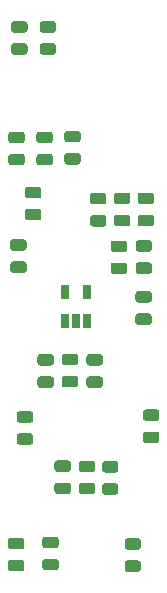
<source format=gbr>
%TF.GenerationSoftware,KiCad,Pcbnew,(5.1.6)-1*%
%TF.CreationDate,2020-09-14T14:29:29+02:00*%
%TF.ProjectId,STM32_blue_pill,53544d33-325f-4626-9c75-655f70696c6c,rev?*%
%TF.SameCoordinates,Original*%
%TF.FileFunction,Paste,Bot*%
%TF.FilePolarity,Positive*%
%FSLAX46Y46*%
G04 Gerber Fmt 4.6, Leading zero omitted, Abs format (unit mm)*
G04 Created by KiCad (PCBNEW (5.1.6)-1) date 2020-09-14 14:29:29*
%MOMM*%
%LPD*%
G01*
G04 APERTURE LIST*
%ADD10R,0.670000X1.170000*%
G04 APERTURE END LIST*
D10*
%TO.C,U2*%
X130620000Y-87210000D03*
X129680000Y-87210000D03*
X128740000Y-87210000D03*
X128740000Y-84770000D03*
X130620000Y-84770000D03*
%TD*%
%TO.C,R9*%
G36*
G01*
X132853750Y-82310000D02*
X133766250Y-82310000D01*
G75*
G02*
X134010000Y-82553750I0J-243750D01*
G01*
X134010000Y-83041250D01*
G75*
G02*
X133766250Y-83285000I-243750J0D01*
G01*
X132853750Y-83285000D01*
G75*
G02*
X132610000Y-83041250I0J243750D01*
G01*
X132610000Y-82553750D01*
G75*
G02*
X132853750Y-82310000I243750J0D01*
G01*
G37*
G36*
G01*
X132853750Y-80435000D02*
X133766250Y-80435000D01*
G75*
G02*
X134010000Y-80678750I0J-243750D01*
G01*
X134010000Y-81166250D01*
G75*
G02*
X133766250Y-81410000I-243750J0D01*
G01*
X132853750Y-81410000D01*
G75*
G02*
X132610000Y-81166250I0J243750D01*
G01*
X132610000Y-80678750D01*
G75*
G02*
X132853750Y-80435000I243750J0D01*
G01*
G37*
%TD*%
%TO.C,R8*%
G36*
G01*
X129846250Y-72130000D02*
X128933750Y-72130000D01*
G75*
G02*
X128690000Y-71886250I0J243750D01*
G01*
X128690000Y-71398750D01*
G75*
G02*
X128933750Y-71155000I243750J0D01*
G01*
X129846250Y-71155000D01*
G75*
G02*
X130090000Y-71398750I0J-243750D01*
G01*
X130090000Y-71886250D01*
G75*
G02*
X129846250Y-72130000I-243750J0D01*
G01*
G37*
G36*
G01*
X129846250Y-74005000D02*
X128933750Y-74005000D01*
G75*
G02*
X128690000Y-73761250I0J243750D01*
G01*
X128690000Y-73273750D01*
G75*
G02*
X128933750Y-73030000I243750J0D01*
G01*
X129846250Y-73030000D01*
G75*
G02*
X130090000Y-73273750I0J-243750D01*
G01*
X130090000Y-73761250D01*
G75*
G02*
X129846250Y-74005000I-243750J0D01*
G01*
G37*
%TD*%
%TO.C,R7*%
G36*
G01*
X124353750Y-82202500D02*
X125266250Y-82202500D01*
G75*
G02*
X125510000Y-82446250I0J-243750D01*
G01*
X125510000Y-82933750D01*
G75*
G02*
X125266250Y-83177500I-243750J0D01*
G01*
X124353750Y-83177500D01*
G75*
G02*
X124110000Y-82933750I0J243750D01*
G01*
X124110000Y-82446250D01*
G75*
G02*
X124353750Y-82202500I243750J0D01*
G01*
G37*
G36*
G01*
X124353750Y-80327500D02*
X125266250Y-80327500D01*
G75*
G02*
X125510000Y-80571250I0J-243750D01*
G01*
X125510000Y-81058750D01*
G75*
G02*
X125266250Y-81302500I-243750J0D01*
G01*
X124353750Y-81302500D01*
G75*
G02*
X124110000Y-81058750I0J243750D01*
G01*
X124110000Y-80571250D01*
G75*
G02*
X124353750Y-80327500I243750J0D01*
G01*
G37*
%TD*%
%TO.C,R6*%
G36*
G01*
X126843750Y-63740000D02*
X127756250Y-63740000D01*
G75*
G02*
X128000000Y-63983750I0J-243750D01*
G01*
X128000000Y-64471250D01*
G75*
G02*
X127756250Y-64715000I-243750J0D01*
G01*
X126843750Y-64715000D01*
G75*
G02*
X126600000Y-64471250I0J243750D01*
G01*
X126600000Y-63983750D01*
G75*
G02*
X126843750Y-63740000I243750J0D01*
G01*
G37*
G36*
G01*
X126843750Y-61865000D02*
X127756250Y-61865000D01*
G75*
G02*
X128000000Y-62108750I0J-243750D01*
G01*
X128000000Y-62596250D01*
G75*
G02*
X127756250Y-62840000I-243750J0D01*
G01*
X126843750Y-62840000D01*
G75*
G02*
X126600000Y-62596250I0J243750D01*
G01*
X126600000Y-62108750D01*
G75*
G02*
X126843750Y-61865000I243750J0D01*
G01*
G37*
%TD*%
%TO.C,R5*%
G36*
G01*
X124423750Y-63737500D02*
X125336250Y-63737500D01*
G75*
G02*
X125580000Y-63981250I0J-243750D01*
G01*
X125580000Y-64468750D01*
G75*
G02*
X125336250Y-64712500I-243750J0D01*
G01*
X124423750Y-64712500D01*
G75*
G02*
X124180000Y-64468750I0J243750D01*
G01*
X124180000Y-63981250D01*
G75*
G02*
X124423750Y-63737500I243750J0D01*
G01*
G37*
G36*
G01*
X124423750Y-61862500D02*
X125336250Y-61862500D01*
G75*
G02*
X125580000Y-62106250I0J-243750D01*
G01*
X125580000Y-62593750D01*
G75*
G02*
X125336250Y-62837500I-243750J0D01*
G01*
X124423750Y-62837500D01*
G75*
G02*
X124180000Y-62593750I0J243750D01*
G01*
X124180000Y-62106250D01*
G75*
G02*
X124423750Y-61862500I243750J0D01*
G01*
G37*
%TD*%
%TO.C,R4*%
G36*
G01*
X134946250Y-106622500D02*
X134033750Y-106622500D01*
G75*
G02*
X133790000Y-106378750I0J243750D01*
G01*
X133790000Y-105891250D01*
G75*
G02*
X134033750Y-105647500I243750J0D01*
G01*
X134946250Y-105647500D01*
G75*
G02*
X135190000Y-105891250I0J-243750D01*
G01*
X135190000Y-106378750D01*
G75*
G02*
X134946250Y-106622500I-243750J0D01*
G01*
G37*
G36*
G01*
X134946250Y-108497500D02*
X134033750Y-108497500D01*
G75*
G02*
X133790000Y-108253750I0J243750D01*
G01*
X133790000Y-107766250D01*
G75*
G02*
X134033750Y-107522500I243750J0D01*
G01*
X134946250Y-107522500D01*
G75*
G02*
X135190000Y-107766250I0J-243750D01*
G01*
X135190000Y-108253750D01*
G75*
G02*
X134946250Y-108497500I-243750J0D01*
G01*
G37*
%TD*%
%TO.C,R3*%
G36*
G01*
X132123750Y-100977500D02*
X133036250Y-100977500D01*
G75*
G02*
X133280000Y-101221250I0J-243750D01*
G01*
X133280000Y-101708750D01*
G75*
G02*
X133036250Y-101952500I-243750J0D01*
G01*
X132123750Y-101952500D01*
G75*
G02*
X131880000Y-101708750I0J243750D01*
G01*
X131880000Y-101221250D01*
G75*
G02*
X132123750Y-100977500I243750J0D01*
G01*
G37*
G36*
G01*
X132123750Y-99102500D02*
X133036250Y-99102500D01*
G75*
G02*
X133280000Y-99346250I0J-243750D01*
G01*
X133280000Y-99833750D01*
G75*
G02*
X133036250Y-100077500I-243750J0D01*
G01*
X132123750Y-100077500D01*
G75*
G02*
X131880000Y-99833750I0J243750D01*
G01*
X131880000Y-99346250D01*
G75*
G02*
X132123750Y-99102500I243750J0D01*
G01*
G37*
%TD*%
%TO.C,R2*%
G36*
G01*
X129626250Y-91002500D02*
X128713750Y-91002500D01*
G75*
G02*
X128470000Y-90758750I0J243750D01*
G01*
X128470000Y-90271250D01*
G75*
G02*
X128713750Y-90027500I243750J0D01*
G01*
X129626250Y-90027500D01*
G75*
G02*
X129870000Y-90271250I0J-243750D01*
G01*
X129870000Y-90758750D01*
G75*
G02*
X129626250Y-91002500I-243750J0D01*
G01*
G37*
G36*
G01*
X129626250Y-92877500D02*
X128713750Y-92877500D01*
G75*
G02*
X128470000Y-92633750I0J243750D01*
G01*
X128470000Y-92146250D01*
G75*
G02*
X128713750Y-91902500I243750J0D01*
G01*
X129626250Y-91902500D01*
G75*
G02*
X129870000Y-92146250I0J-243750D01*
G01*
X129870000Y-92633750D01*
G75*
G02*
X129626250Y-92877500I-243750J0D01*
G01*
G37*
%TD*%
%TO.C,R1*%
G36*
G01*
X135886250Y-81390000D02*
X134973750Y-81390000D01*
G75*
G02*
X134730000Y-81146250I0J243750D01*
G01*
X134730000Y-80658750D01*
G75*
G02*
X134973750Y-80415000I243750J0D01*
G01*
X135886250Y-80415000D01*
G75*
G02*
X136130000Y-80658750I0J-243750D01*
G01*
X136130000Y-81146250D01*
G75*
G02*
X135886250Y-81390000I-243750J0D01*
G01*
G37*
G36*
G01*
X135886250Y-83265000D02*
X134973750Y-83265000D01*
G75*
G02*
X134730000Y-83021250I0J243750D01*
G01*
X134730000Y-82533750D01*
G75*
G02*
X134973750Y-82290000I243750J0D01*
G01*
X135886250Y-82290000D01*
G75*
G02*
X136130000Y-82533750I0J-243750D01*
G01*
X136130000Y-83021250D01*
G75*
G02*
X135886250Y-83265000I-243750J0D01*
G01*
G37*
%TD*%
%TO.C,C15*%
G36*
G01*
X129016250Y-100032500D02*
X128103750Y-100032500D01*
G75*
G02*
X127860000Y-99788750I0J243750D01*
G01*
X127860000Y-99301250D01*
G75*
G02*
X128103750Y-99057500I243750J0D01*
G01*
X129016250Y-99057500D01*
G75*
G02*
X129260000Y-99301250I0J-243750D01*
G01*
X129260000Y-99788750D01*
G75*
G02*
X129016250Y-100032500I-243750J0D01*
G01*
G37*
G36*
G01*
X129016250Y-101907500D02*
X128103750Y-101907500D01*
G75*
G02*
X127860000Y-101663750I0J243750D01*
G01*
X127860000Y-101176250D01*
G75*
G02*
X128103750Y-100932500I243750J0D01*
G01*
X129016250Y-100932500D01*
G75*
G02*
X129260000Y-101176250I0J-243750D01*
G01*
X129260000Y-101663750D01*
G75*
G02*
X129016250Y-101907500I-243750J0D01*
G01*
G37*
%TD*%
%TO.C,C14*%
G36*
G01*
X125106250Y-72197500D02*
X124193750Y-72197500D01*
G75*
G02*
X123950000Y-71953750I0J243750D01*
G01*
X123950000Y-71466250D01*
G75*
G02*
X124193750Y-71222500I243750J0D01*
G01*
X125106250Y-71222500D01*
G75*
G02*
X125350000Y-71466250I0J-243750D01*
G01*
X125350000Y-71953750D01*
G75*
G02*
X125106250Y-72197500I-243750J0D01*
G01*
G37*
G36*
G01*
X125106250Y-74072500D02*
X124193750Y-74072500D01*
G75*
G02*
X123950000Y-73828750I0J243750D01*
G01*
X123950000Y-73341250D01*
G75*
G02*
X124193750Y-73097500I243750J0D01*
G01*
X125106250Y-73097500D01*
G75*
G02*
X125350000Y-73341250I0J-243750D01*
G01*
X125350000Y-73828750D01*
G75*
G02*
X125106250Y-74072500I-243750J0D01*
G01*
G37*
%TD*%
%TO.C,C13*%
G36*
G01*
X136046250Y-77357500D02*
X135133750Y-77357500D01*
G75*
G02*
X134890000Y-77113750I0J243750D01*
G01*
X134890000Y-76626250D01*
G75*
G02*
X135133750Y-76382500I243750J0D01*
G01*
X136046250Y-76382500D01*
G75*
G02*
X136290000Y-76626250I0J-243750D01*
G01*
X136290000Y-77113750D01*
G75*
G02*
X136046250Y-77357500I-243750J0D01*
G01*
G37*
G36*
G01*
X136046250Y-79232500D02*
X135133750Y-79232500D01*
G75*
G02*
X134890000Y-78988750I0J243750D01*
G01*
X134890000Y-78501250D01*
G75*
G02*
X135133750Y-78257500I243750J0D01*
G01*
X136046250Y-78257500D01*
G75*
G02*
X136290000Y-78501250I0J-243750D01*
G01*
X136290000Y-78988750D01*
G75*
G02*
X136046250Y-79232500I-243750J0D01*
G01*
G37*
%TD*%
%TO.C,C12*%
G36*
G01*
X127486250Y-72197500D02*
X126573750Y-72197500D01*
G75*
G02*
X126330000Y-71953750I0J243750D01*
G01*
X126330000Y-71466250D01*
G75*
G02*
X126573750Y-71222500I243750J0D01*
G01*
X127486250Y-71222500D01*
G75*
G02*
X127730000Y-71466250I0J-243750D01*
G01*
X127730000Y-71953750D01*
G75*
G02*
X127486250Y-72197500I-243750J0D01*
G01*
G37*
G36*
G01*
X127486250Y-74072500D02*
X126573750Y-74072500D01*
G75*
G02*
X126330000Y-73828750I0J243750D01*
G01*
X126330000Y-73341250D01*
G75*
G02*
X126573750Y-73097500I243750J0D01*
G01*
X127486250Y-73097500D01*
G75*
G02*
X127730000Y-73341250I0J-243750D01*
G01*
X127730000Y-73828750D01*
G75*
G02*
X127486250Y-74072500I-243750J0D01*
G01*
G37*
%TD*%
%TO.C,C11*%
G36*
G01*
X135856250Y-85702500D02*
X134943750Y-85702500D01*
G75*
G02*
X134700000Y-85458750I0J243750D01*
G01*
X134700000Y-84971250D01*
G75*
G02*
X134943750Y-84727500I243750J0D01*
G01*
X135856250Y-84727500D01*
G75*
G02*
X136100000Y-84971250I0J-243750D01*
G01*
X136100000Y-85458750D01*
G75*
G02*
X135856250Y-85702500I-243750J0D01*
G01*
G37*
G36*
G01*
X135856250Y-87577500D02*
X134943750Y-87577500D01*
G75*
G02*
X134700000Y-87333750I0J243750D01*
G01*
X134700000Y-86846250D01*
G75*
G02*
X134943750Y-86602500I243750J0D01*
G01*
X135856250Y-86602500D01*
G75*
G02*
X136100000Y-86846250I0J-243750D01*
G01*
X136100000Y-87333750D01*
G75*
G02*
X135856250Y-87577500I-243750J0D01*
G01*
G37*
%TD*%
%TO.C,C10*%
G36*
G01*
X124903750Y-96762500D02*
X125816250Y-96762500D01*
G75*
G02*
X126060000Y-97006250I0J-243750D01*
G01*
X126060000Y-97493750D01*
G75*
G02*
X125816250Y-97737500I-243750J0D01*
G01*
X124903750Y-97737500D01*
G75*
G02*
X124660000Y-97493750I0J243750D01*
G01*
X124660000Y-97006250D01*
G75*
G02*
X124903750Y-96762500I243750J0D01*
G01*
G37*
G36*
G01*
X124903750Y-94887500D02*
X125816250Y-94887500D01*
G75*
G02*
X126060000Y-95131250I0J-243750D01*
G01*
X126060000Y-95618750D01*
G75*
G02*
X125816250Y-95862500I-243750J0D01*
G01*
X124903750Y-95862500D01*
G75*
G02*
X124660000Y-95618750I0J243750D01*
G01*
X124660000Y-95131250D01*
G75*
G02*
X124903750Y-94887500I243750J0D01*
G01*
G37*
%TD*%
%TO.C,C9*%
G36*
G01*
X134046250Y-77357500D02*
X133133750Y-77357500D01*
G75*
G02*
X132890000Y-77113750I0J243750D01*
G01*
X132890000Y-76626250D01*
G75*
G02*
X133133750Y-76382500I243750J0D01*
G01*
X134046250Y-76382500D01*
G75*
G02*
X134290000Y-76626250I0J-243750D01*
G01*
X134290000Y-77113750D01*
G75*
G02*
X134046250Y-77357500I-243750J0D01*
G01*
G37*
G36*
G01*
X134046250Y-79232500D02*
X133133750Y-79232500D01*
G75*
G02*
X132890000Y-78988750I0J243750D01*
G01*
X132890000Y-78501250D01*
G75*
G02*
X133133750Y-78257500I243750J0D01*
G01*
X134046250Y-78257500D01*
G75*
G02*
X134290000Y-78501250I0J-243750D01*
G01*
X134290000Y-78988750D01*
G75*
G02*
X134046250Y-79232500I-243750J0D01*
G01*
G37*
%TD*%
%TO.C,C8*%
G36*
G01*
X126516250Y-76860000D02*
X125603750Y-76860000D01*
G75*
G02*
X125360000Y-76616250I0J243750D01*
G01*
X125360000Y-76128750D01*
G75*
G02*
X125603750Y-75885000I243750J0D01*
G01*
X126516250Y-75885000D01*
G75*
G02*
X126760000Y-76128750I0J-243750D01*
G01*
X126760000Y-76616250D01*
G75*
G02*
X126516250Y-76860000I-243750J0D01*
G01*
G37*
G36*
G01*
X126516250Y-78735000D02*
X125603750Y-78735000D01*
G75*
G02*
X125360000Y-78491250I0J243750D01*
G01*
X125360000Y-78003750D01*
G75*
G02*
X125603750Y-77760000I243750J0D01*
G01*
X126516250Y-77760000D01*
G75*
G02*
X126760000Y-78003750I0J-243750D01*
G01*
X126760000Y-78491250D01*
G75*
G02*
X126516250Y-78735000I-243750J0D01*
G01*
G37*
%TD*%
%TO.C,C7*%
G36*
G01*
X131066250Y-100047500D02*
X130153750Y-100047500D01*
G75*
G02*
X129910000Y-99803750I0J243750D01*
G01*
X129910000Y-99316250D01*
G75*
G02*
X130153750Y-99072500I243750J0D01*
G01*
X131066250Y-99072500D01*
G75*
G02*
X131310000Y-99316250I0J-243750D01*
G01*
X131310000Y-99803750D01*
G75*
G02*
X131066250Y-100047500I-243750J0D01*
G01*
G37*
G36*
G01*
X131066250Y-101922500D02*
X130153750Y-101922500D01*
G75*
G02*
X129910000Y-101678750I0J243750D01*
G01*
X129910000Y-101191250D01*
G75*
G02*
X130153750Y-100947500I243750J0D01*
G01*
X131066250Y-100947500D01*
G75*
G02*
X131310000Y-101191250I0J-243750D01*
G01*
X131310000Y-101678750D01*
G75*
G02*
X131066250Y-101922500I-243750J0D01*
G01*
G37*
%TD*%
%TO.C,C6*%
G36*
G01*
X127073750Y-107392500D02*
X127986250Y-107392500D01*
G75*
G02*
X128230000Y-107636250I0J-243750D01*
G01*
X128230000Y-108123750D01*
G75*
G02*
X127986250Y-108367500I-243750J0D01*
G01*
X127073750Y-108367500D01*
G75*
G02*
X126830000Y-108123750I0J243750D01*
G01*
X126830000Y-107636250D01*
G75*
G02*
X127073750Y-107392500I243750J0D01*
G01*
G37*
G36*
G01*
X127073750Y-105517500D02*
X127986250Y-105517500D01*
G75*
G02*
X128230000Y-105761250I0J-243750D01*
G01*
X128230000Y-106248750D01*
G75*
G02*
X127986250Y-106492500I-243750J0D01*
G01*
X127073750Y-106492500D01*
G75*
G02*
X126830000Y-106248750I0J243750D01*
G01*
X126830000Y-105761250D01*
G75*
G02*
X127073750Y-105517500I243750J0D01*
G01*
G37*
%TD*%
%TO.C,C5*%
G36*
G01*
X136496250Y-95712500D02*
X135583750Y-95712500D01*
G75*
G02*
X135340000Y-95468750I0J243750D01*
G01*
X135340000Y-94981250D01*
G75*
G02*
X135583750Y-94737500I243750J0D01*
G01*
X136496250Y-94737500D01*
G75*
G02*
X136740000Y-94981250I0J-243750D01*
G01*
X136740000Y-95468750D01*
G75*
G02*
X136496250Y-95712500I-243750J0D01*
G01*
G37*
G36*
G01*
X136496250Y-97587500D02*
X135583750Y-97587500D01*
G75*
G02*
X135340000Y-97343750I0J243750D01*
G01*
X135340000Y-96856250D01*
G75*
G02*
X135583750Y-96612500I243750J0D01*
G01*
X136496250Y-96612500D01*
G75*
G02*
X136740000Y-96856250I0J-243750D01*
G01*
X136740000Y-97343750D01*
G75*
G02*
X136496250Y-97587500I-243750J0D01*
G01*
G37*
%TD*%
%TO.C,C4*%
G36*
G01*
X126653750Y-91932500D02*
X127566250Y-91932500D01*
G75*
G02*
X127810000Y-92176250I0J-243750D01*
G01*
X127810000Y-92663750D01*
G75*
G02*
X127566250Y-92907500I-243750J0D01*
G01*
X126653750Y-92907500D01*
G75*
G02*
X126410000Y-92663750I0J243750D01*
G01*
X126410000Y-92176250D01*
G75*
G02*
X126653750Y-91932500I243750J0D01*
G01*
G37*
G36*
G01*
X126653750Y-90057500D02*
X127566250Y-90057500D01*
G75*
G02*
X127810000Y-90301250I0J-243750D01*
G01*
X127810000Y-90788750D01*
G75*
G02*
X127566250Y-91032500I-243750J0D01*
G01*
X126653750Y-91032500D01*
G75*
G02*
X126410000Y-90788750I0J243750D01*
G01*
X126410000Y-90301250D01*
G75*
G02*
X126653750Y-90057500I243750J0D01*
G01*
G37*
%TD*%
%TO.C,C3*%
G36*
G01*
X131716250Y-91032500D02*
X130803750Y-91032500D01*
G75*
G02*
X130560000Y-90788750I0J243750D01*
G01*
X130560000Y-90301250D01*
G75*
G02*
X130803750Y-90057500I243750J0D01*
G01*
X131716250Y-90057500D01*
G75*
G02*
X131960000Y-90301250I0J-243750D01*
G01*
X131960000Y-90788750D01*
G75*
G02*
X131716250Y-91032500I-243750J0D01*
G01*
G37*
G36*
G01*
X131716250Y-92907500D02*
X130803750Y-92907500D01*
G75*
G02*
X130560000Y-92663750I0J243750D01*
G01*
X130560000Y-92176250D01*
G75*
G02*
X130803750Y-91932500I243750J0D01*
G01*
X131716250Y-91932500D01*
G75*
G02*
X131960000Y-92176250I0J-243750D01*
G01*
X131960000Y-92663750D01*
G75*
G02*
X131716250Y-92907500I-243750J0D01*
G01*
G37*
%TD*%
%TO.C,C2*%
G36*
G01*
X125076250Y-106577500D02*
X124163750Y-106577500D01*
G75*
G02*
X123920000Y-106333750I0J243750D01*
G01*
X123920000Y-105846250D01*
G75*
G02*
X124163750Y-105602500I243750J0D01*
G01*
X125076250Y-105602500D01*
G75*
G02*
X125320000Y-105846250I0J-243750D01*
G01*
X125320000Y-106333750D01*
G75*
G02*
X125076250Y-106577500I-243750J0D01*
G01*
G37*
G36*
G01*
X125076250Y-108452500D02*
X124163750Y-108452500D01*
G75*
G02*
X123920000Y-108208750I0J243750D01*
G01*
X123920000Y-107721250D01*
G75*
G02*
X124163750Y-107477500I243750J0D01*
G01*
X125076250Y-107477500D01*
G75*
G02*
X125320000Y-107721250I0J-243750D01*
G01*
X125320000Y-108208750D01*
G75*
G02*
X125076250Y-108452500I-243750J0D01*
G01*
G37*
%TD*%
%TO.C,C1*%
G36*
G01*
X132016250Y-77380000D02*
X131103750Y-77380000D01*
G75*
G02*
X130860000Y-77136250I0J243750D01*
G01*
X130860000Y-76648750D01*
G75*
G02*
X131103750Y-76405000I243750J0D01*
G01*
X132016250Y-76405000D01*
G75*
G02*
X132260000Y-76648750I0J-243750D01*
G01*
X132260000Y-77136250D01*
G75*
G02*
X132016250Y-77380000I-243750J0D01*
G01*
G37*
G36*
G01*
X132016250Y-79255000D02*
X131103750Y-79255000D01*
G75*
G02*
X130860000Y-79011250I0J243750D01*
G01*
X130860000Y-78523750D01*
G75*
G02*
X131103750Y-78280000I243750J0D01*
G01*
X132016250Y-78280000D01*
G75*
G02*
X132260000Y-78523750I0J-243750D01*
G01*
X132260000Y-79011250D01*
G75*
G02*
X132016250Y-79255000I-243750J0D01*
G01*
G37*
%TD*%
M02*

</source>
